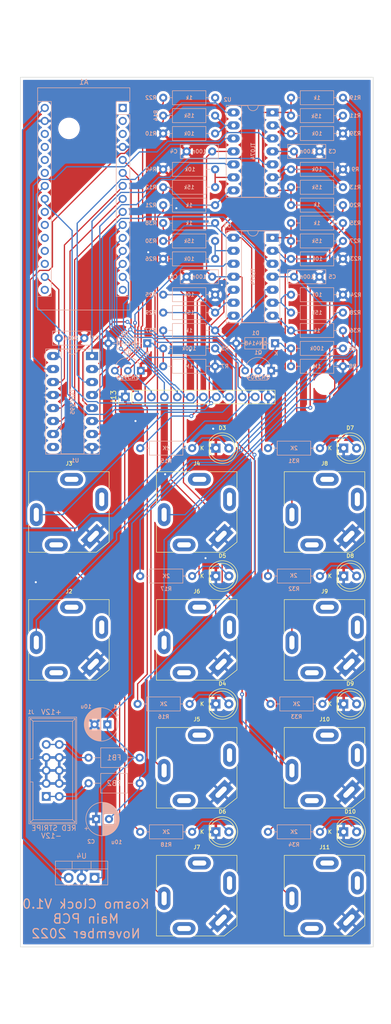
<source format=kicad_pcb>
(kicad_pcb (version 20211014) (generator pcbnew)
  (layers (0 "F.Cu" signal) (31 "B.Cu" signal) (34 "B.Paste" user) (35 "F.Paste" user) (36 "B.SilkS" user "B.Silkscreen") (37 "F.SilkS" user "F.Silkscreen") (38 "B.Mask" user) (39 "F.Mask" user) (44 "Edge.Cuts" user))
  (net 0 "")
  (net 4 "GND")
  (net 5 "/START")
  (net 6 "/STOP")
  (net 7 "/DATA")
  (net 8 "/LATCH")
  (net 9 "/CLOCK")
  (net 10 "/ENCS")
  (net 11 "/ENCA")
  (net 12 "/ENCB")
  (net 13 "/STARTLED")
  (net 14 "/STOPLED")
  (net 17 "+3V3")
  (net 23 "/SDA")
  (net 24 "/SCL")
  (net 29 "+5V")
  (net 30 "+12V")
  (net 31 "-12V")
  (net 32 "Net-(D1-Pad1)")
  (net 33 "Net-(D2-Pad1)")
  (net 34 "Net-(D3-Pad2)")
  (net 35 "Net-(D4-Pad2)")
  (net 36 "Net-(D5-Pad2)")
  (net 37 "Net-(D6-Pad2)")
  (net 38 "Net-(D7-Pad2)")
  (net 39 "Net-(D8-Pad2)")
  (net 40 "Net-(D9-Pad2)")
  (net 41 "Net-(D10-Pad2)")
  (net 42 "Net-(FB1-Pad1)")
  (net 43 "Net-(FB2-Pad1)")
  (net 44 "Net-(J2-PadT)")
  (net 45 "Net-(J3-PadT)")
  (net 46 "Net-(J4-PadT)")
  (net 47 "Net-(J5-PadT)")
  (net 48 "Net-(J6-PadT)")
  (net 49 "Net-(J7-PadT)")
  (net 50 "Net-(J8-PadT)")
  (net 51 "Net-(J9-PadT)")
  (net 52 "Net-(J10-PadT)")
  (net 53 "Net-(J11-PadT)")
  (net 54 "Net-(R11-Pad1)")
  (net 55 "Net-(R12-Pad1)")
  (net 56 "Net-(R13-Pad1)")
  (net 57 "Net-(R10-Pad2)")
  (net 58 "Net-(R11-Pad2)")
  (net 59 "Net-(R12-Pad2)")
  (net 60 "Net-(R13-Pad2)")
  (net 61 "Net-(R14-Pad2)")
  (net 62 "Net-(R23-Pad2)")
  (net 63 "Net-(R24-Pad2)")
  (net 64 "Net-(R25-Pad2)")
  (net 65 "Net-(R26-Pad2)")
  (net 66 "Net-(R27-Pad2)")
  (net 67 "Net-(R28-Pad2)")
  (net 68 "Net-(R29-Pad2)")
  (net 69 "Net-(R30-Pad2)")
  (net 70 "/OUT2")
  (net 72 "/OUT3")
  (net 73 "/OUT4")
  (net 74 "/OUT5")
  (net 75 "/OUT6")
  (net 76 "/OUT7")
  (net 77 "/OUT8")
  (net 78 "/OUT1")
  (footprint "ao_tht:LED_D5.0mm" (layer "F.Cu") (at 141.225 87.5)
    (fp_text reference "D3")
    (fp_text value "LED_green")
  )
  (footprint "MountingHole:MountingHole_3.2mm_M3" (layer "F.Cu") (at 112.5 25)
    (fp_text reference "REF**" hide)
    (fp_text value "MountingHole_3.2mm_M3" hide)
  )
  (footprint "ao_tht:Jack_6.35mm_PJ_629HAN_slots" (layer "F.Cu") (at 162.5 125)
    (fp_text reference "J9")
    (fp_text value "AudioJack2")
  )
  (footprint "ao_tht:LED_D5.0mm" (layer "F.Cu") (at 141.225 112.5)
    (fp_text reference "D5")
    (fp_text value "LED_green")
  )
  (footprint "ao_tht:Jack_6.35mm_PJ_629HAN_slots" (layer "F.Cu") (at 112.5 100)
    (fp_text reference "J3")
    (fp_text value "AudioJack2")
  )
  (footprint "MountingHole:MountingHole_3.2mm_M3" (layer "F.Cu") (at 162.5 75)
    (fp_text reference "REF**" hide)
    (fp_text value "MountingHole_3.2mm_M3" hide)
  )
  (footprint "ao_tht:Jack_6.35mm_PJ_629HAN_slots" (layer "F.Cu") (at 162.5 100)
    (fp_text reference "J8")
    (fp_text value "AudioJack2")
  )
  (footprint "ao_tht:Jack_6.35mm_PJ_629HAN_slots" (layer "F.Cu") (at 162.5 150)
    (fp_text reference "J10")
    (fp_text value "AudioJack2")
  )
  (footprint "ao_tht:Jack_6.35mm_PJ_629HAN_slots" (layer "F.Cu") (at 137.5 150)
    (fp_text reference "J5")
    (fp_text value "AudioJack2")
  )
  (footprint "ao_tht:LED_D5.0mm" (layer "F.Cu") (at 141.225 162.5)
    (fp_text reference "D6")
    (fp_text value "LED_green")
  )
  (footprint "ao_tht:Jack_6.35mm_PJ_629HAN_slots" (layer "F.Cu") (at 112.5 125)
    (fp_text reference "J2")
    (fp_text value "AudioJack2")
  )
  (footprint "Connector_PinHeader_2.54mm:PinHeader_1x12_P2.54mm_Vertical" (layer "F.Cu") (at 123.525 77.5 90)
    (fp_text reference "J13")
    (fp_text value "Conn_01x12")
  )
  (footprint "ao_tht:LED_D5.0mm" (layer "F.Cu") (at 166.225 162.5)
    (fp_text reference "D10")
    (fp_text value "LED_green")
  )
  (footprint "ao_tht:LED_D5.0mm" (layer "F.Cu") (at 166.225 87.5)
    (fp_text reference "D7")
    (fp_text value "LED_green")
  )
  (footprint "ao_tht:Jack_6.35mm_PJ_629HAN_slots" (layer "F.Cu") (at 137.5 175)
    (fp_text reference "J7")
    (fp_text value "AudioJack2")
  )
  (footprint "ao_tht:Jack_6.35mm_PJ_629HAN_slots" (layer "F.Cu") (at 137.5 125)
    (fp_text reference "J6")
    (fp_text value "AudioJack2")
  )
  (footprint "ao_tht:LED_D5.0mm" (layer "F.Cu") (at 166.225 137.5)
    (fp_text reference "D9")
    (fp_text value "LED_green")
  )
  (footprint "ao_tht:Jack_6.35mm_PJ_629HAN_slots" (layer "F.Cu") (at 162.5 175)
    (fp_text reference "J11")
    (fp_text value "AudioJack2")
  )
  (footprint "ao_tht:Jack_6.35mm_PJ_629HAN_slots" (layer "F.Cu") (at 137.5 100)
    (fp_text reference "J4")
    (fp_text value "AudioJack2")
  )
  (footprint "ao_tht:LED_D5.0mm" (layer "F.Cu") (at 141.225 137.5)
    (fp_text reference "D4")
    (fp_text value "LED_green")
  )
  (footprint "ao_tht:LED_D5.0mm" (layer "F.Cu") (at 166.225 112.5)
    (fp_text reference "D8")
    (fp_text value "LED_green")
  )
  (footprint "ao_tht:D_DO-35_SOD27_P7.62mm_Horizontal" (layer "B.Cu") (at 127.81 67 180)
    (fp_text reference "D2")
    (fp_text value "1N4148")
  )
  (footprint "ao_tht:TO-92_Inline_Wide" (layer "B.Cu") (at 152.04 72.36 180)
    (fp_text reference "Q1")
    (fp_text value "2N3904")
  )
  (footprint "ao_tht:D_DO-35_SOD27_P7.62mm_Horizontal" (layer "B.Cu") (at 152.81 67 180)
    (fp_text reference "D1")
    (fp_text value "1N4148")
  )
  (footprint "ao_tht:R_Axial_DIN0207_L6.3mm_D2.5mm_P10.16mm_Horizontal" (layer "B.Cu") (at 130.92 26)
    (fp_text reference "R10")
    (fp_text value "10k" hide)
  )
  (footprint "ao_tht:R_Axial_DIN0207_L6.3mm_D2.5mm_P10.16mm_Horizontal" (layer "B.Cu") (at 130.92 71.5)
    (fp_text reference "R7")
    (fp_text value "1M" hide)
  )
  (footprint "ao_tht:R_Axial_DIN0207_L6.3mm_D2.5mm_P10.16mm_Horizontal" (layer "B.Cu") (at 141.08 64.5 180)
    (fp_text reference "R37")
    (fp_text value "1k" hide)
  )
  (footprint "ao_tht:R_Axial_DIN0207_L6.3mm_D2.5mm_P10.16mm_Horizontal" (layer "B.Cu") (at 166.08 33 180)
    (fp_text reference "R9")
    (fp_text value "10k" hide)
  )
  (footprint "ao_tht:CP_Radial_D6.3mm_P2.50mm" (layer "B.Cu") (at 120 141.5 180)
    (fp_text reference "C1")
    (fp_text value "10u")
  )
  (footprint "ao_tht:R_Axial_DIN0207_L6.3mm_D2.5mm_P10.16mm_Horizontal" (layer "B.Cu") (at 126.42 112.5)
    (fp_text reference "R17")
    (fp_text value "2K" hide)
  )
  (footprint "ao_tht:R_Axial_DIN0207_L6.3mm_D2.5mm_P10.16mm_Horizontal" (layer "B.Cu") (at 141.08 57.5 180)
    (fp_text reference "R25")
    (fp_text value "10k" hide)
  )
  (footprint "Inductor_THT:L_Axial_L5.0mm_D3.6mm_P10.00mm_Horizontal_Murata_BL01RN1A2A2" (layer "B.Cu") (at 116.3176 148)
    (fp_text reference "FB1")
    (fp_text value "FerriteBead")
  )
  (footprint "ao_tht:DIP-16_W7.62mm_Socket_LongPads" (layer "B.Cu") (at 117 69.5 180)
    (fp_text reference "U1")
    (fp_text value "74HC595")
  )
  (footprint "ao_tht:R_Axial_DIN0207_L6.3mm_D2.5mm_P10.16mm_Horizontal" (layer "B.Cu") (at 155.92 61)
    (fp_text reference "R28")
    (fp_text value "15k" hide)
  )
  (footprint "ao_tht:R_Axial_DIN0207_L6.3mm_D2.5mm_P10.16mm_Horizontal" (layer "B.Cu") (at 126.42 162.5)
    (fp_text reference "R18")
    (fp_text value "2K" hide)
  )
  (footprint "ao_tht:R_Axial_DIN0207_L6.3mm_D2.5mm_P10.16mm_Horizontal" (layer "B.Cu") (at 130.92 33)
    (fp_text reference "R40")
    (fp_text value "10k" hide)
  )
  (footprint "Package_TO_SOT_THT:TO-220-3_Vertical" (layer "B.Cu") (at 117.5 171.5 180)
    (fp_text reference "U4")
    (fp_text value "LM7805_TO220")
  )
  (footprint "ao_tht:R_Axial_DIN0207_L6.3mm_D2.5mm_P10.16mm_Horizontal" (layer "B.Cu") (at 166.08 26 180)
    (fp_text reference "R39")
    (fp_text value "10k" hide)
  )
  (footprint "ao_tht:R_Axial_DIN0207_L6.3mm_D2.5mm_P10.16mm_Horizontal" (layer "B.Cu") (at 151.42 162.5)
    (fp_text reference "R34")
    (fp_text value "2K" hide)
  )
  (footprint "ao_tht:R_Axial_DIN0207_L6.3mm_D2.5mm_P10.16mm_Horizontal" (layer "B.Cu") (at 155.92 71.5)
    (fp_text reference "R8")
    (fp_text value "1M" hide)
  )
  (footprint "ao_tht:R_Axial_DIN0207_L6.3mm_D2.5mm_P10.16mm_Horizontal" (layer "B.Cu") (at 125.92 137.5)
    (fp_text reference "R16")
    (fp_text value "2K" hide)
  )
  (footprint "ao_tht:R_Axial_DIN0207_L6.3mm_D2.5mm_P10.16mm_Horizontal" (layer "B.Cu") (at 141.08 22.5 180)
    (fp_text reference "R14")
    (fp_text value "15k" hide)
  )
  (footprint "ao_tht:R_Axial_DIN0207_L6.3mm_D2.5mm_P10.16mm_Horizontal" (layer "B.Cu") (at 166.08 57.5 180)
    (fp_text reference "R24")
    (fp_text value "10k" hide)
  )
  (footprint "Inductor_THT:L_Axial_L5.0mm_D3.6mm_P10.00mm_Horizontal_Murata_BL01RN1A2A2" (layer "B.Cu") (at 116.3176 153)
    (fp_text reference "FB2")
    (fp_text value "FerriteBead")
  )
  (footprint "ao_tht:C_Rect_L7.2mm_W2.5mm_P5.00mm_FKS2_FKP2_MKS2_MKP2" (layer "B.Cu") (at 156.5 54)
    (fp_text reference "C5")
    (fp_text value "100n")
  )
  (footprint "ao_tht:R_Axial_DIN0207_L6.3mm_D2.5mm_P10.16mm_Horizontal" (layer "B.Cu") (at 141.08 68 180)
    (fp_text reference "R5")
    (fp_text value "100k" hide)
  )
  (footprint "ao_tht:R_Axial_DIN0207_L6.3mm_D2.5mm_P10.16mm_Horizontal" (layer "B.Cu") (at 155.92 64.5)
    (fp_text reference "R36")
    (fp_text value "1k" hide)
  )
  (footprint "ao_tht:R_Axial_DIN0207_L6.3mm_D2.5mm_P10.16mm_Horizontal" (layer "B.Cu") (at 155.92 40)
    (fp_text reference "R20")
    (fp_text value "1k" hide)
  )
  (footprint "ao_tht:R_Axial_DIN0207_L6.3mm_D2.5mm_P10.16mm_Horizontal" (layer "B.Cu") (at 126.42 87.5)
    (fp_text reference "R15")
    (fp_text value "2K" hide)
  )
  (footprint "ao_tht:R_Axial_DIN0207_L6.3mm_D2.5mm_P10.16mm_Horizontal" (layer "B.Cu") (at 141.08 61 180)
    (fp_text reference "R29")
    (fp_text value "15k" hide)
  )
  (footprint "ao_tht:R_Axial_DIN0207_L6.3mm_D2.5mm_P10.16mm_Horizontal" (layer "B.Cu") (at 166.08 68 180)
    (fp_text reference "R6")
    (fp_text value "100k" hide)
  )
  (footprint "ao_tht:C_Rect_L7.2mm_W2.5mm_P5.00mm_FKS2_FKP2_MKS2_MKP2" (layer "B.Cu") (at 115.5 66 180)
    (fp_text reference "C7")
    (fp_text value "100n")
  )
  (footprint "ao_tht:R_Axial_DIN0207_L6.3mm_D2.5mm_P10.16mm_Horizontal" (layer "B.Cu") (at 141.08 47 180)
    (fp_text reference "R30")
    (fp_text value "15k" hide)
  )
  (footprint "ao_tht:C_Rect_L7.2mm_W2.5mm_P5.00mm_FKS2_FKP2_MKS2_MKP2" (layer "B.Cu") (at 140.5 29.5 180)
    (fp_text reference "C4")
    (fp_text value "100n")
  )
  (footprint "ao_tht:R_Axial_DIN0207_L6.3mm_D2.5mm_P10.16mm_Horizontal" (layer "B.Cu") (at 151.92 137.5)
    (fp_text reference "R33")
    (fp_text value "2K" hide)
  )
  (footprint "ao_tht:R_Axial_DIN0207_L6.3mm_D2.5mm_P10.16mm_Horizontal" (layer "B.Cu") (at 141.08 43.5 180)
    (fp_text reference "R38")
    (fp_text value "1k" hide)
  )
  (footprint "ao_tht:R_Axial_DIN0207_L6.3mm_D2.5mm_P10.16mm_Horizontal" (layer "B.Cu") (at 151.42 112.5)
    (fp_text reference "R32")
    (fp_text value "2K" hide)
  )
  (footprint "ao_tht:DIP-14_W7.62mm_Socket_LongPads" (layer "B.Cu") (at 152.3 46.375 180)
    (fp_text reference "U3")
    (fp_text value "TL074")
  )
  (footprint "ao_tht:R_Axial_DIN0207_L6.3mm_D2.5mm_P10.16mm_Horizontal" (layer "B.Cu") (at 130.92 50.5)
    (fp_text reference "R26")
    (fp_text value "10k" hide)
  )
  (footprint "ao_tht:R_Axial_DIN0207_L6.3mm_D2.5mm_P10.16mm_Horizontal" (layer "B.Cu") (at 141.08 19 180)
    (fp_text reference "R22")
    (fp_text value "1k" hide)
  )
  (footprint "ao_tht:R_Axial_DIN0207_L6.3mm_D2.5mm_P10.16mm_Horizontal" (layer "B.Cu") (at 151.42 87.5)
    (fp_text reference "R31")
    (fp_text value "2K" hide)
  )
  (footprint "ao_tht:R_Axial_DIN0207_L6.3mm_D2.5mm_P10.16mm_Horizontal" (layer "B.Cu") (at 141.08 40 180)
    (fp_text reference "R21")
    (fp_text value "1k" hide)
  )
  (footprint "ao_tht:CP_Radial_D6.3mm_P2.50mm" (layer "B.Cu") (at 117.8176 160)
    (fp_text reference "C2")
    (fp_text value "10u")
  )
  (footprint "ao_tht:DIP-14_W7.62mm_Socket_LongPads" (layer "B.Cu") (at 152.3 21.875 180)
    (fp_text reference "U2")
    (fp_text value "TL074")
  )
  (footprint "ao_tht:R_Axial_DIN0207_L6.3mm_D2.5mm_P10.16mm_Horizontal" (layer "B.Cu") (at 166.08 22.5 180)
    (fp_text reference "R11")
    (fp_text value "15k" hide)
  )
  (footprint "ao_tht:R_Axial_DIN0207_L6.3mm_D2.5mm_P10.16mm_Horizontal" (layer "B.Cu") (at 166.08 50.5 180)
    (fp_text reference "R23")
    (fp_text value "10k" hide)
  )
  (footprint "ao_tht:R_Axial_DIN0207_L6.3mm_D2.5mm_P10.16mm_Horizontal" (layer "B.Cu") (at 166.08 47 180)
    (fp_text reference "R27")
    (fp_text value "15k" hide)
  )
  (footprint "ao_tht:TO-92_Inline_Wide" (layer "B.Cu") (at 126.54 72.36 180)
    (fp_text reference "Q2")
    (fp_text value "2N3904")
  )
  (footprint "ao_tht:C_Rect_L7.2mm_W2.5mm_P5.00mm_FKS2_FKP2_MKS2_MKP2" (layer "B.Cu") (at 156.5 29.5)
    (fp_text reference "C3")
    (fp_text value "100n")
  )
  (footprint "ao_tht:C_Rect_L7.2mm_W2.5mm_P5.00mm_FKS2_FKP2_MKS2_MKP2" (layer "B.Cu") (at 140.5 54 180)
    (fp_text reference "C6")
    (fp_text value "100n")
  )
  (footprint "Module:Arduino_Nano" (layer "B.Cu") (at 123 21 180)
    (fp_text reference "A1")
    (fp_text value "Arduino_Nano_v3.x")
  )
  (footprint "ao_tht:R_Axial_DIN0207_L6.3mm_D2.5mm_P10.16mm_Horizontal" (layer "B.Cu") (at 141.08 36.5 180)
    (fp_text reference "R12")
    (fp_text value "15k" hide)
  )
  (footprint "ao_tht:R_Axial_DIN0207_L6.3mm_D2.5mm_P10.16mm_Horizontal" (layer "B.Cu") (at 155.92 19)
    (fp_text reference "R19")
    (fp_text value "1k" hide)
  )
  (footprint "ao_tht:Power_Header" (layer "B.Cu") (at 108.0476 155.58)
    (fp_text reference "J1")
    (fp_text value "Synth_power_2x5_passive")
  )
  (footprint "ao_tht:R_Axial_DIN0207_L6.3mm_D2.5mm_P10.16mm_Horizontal" (layer "B.Cu") (at 155.92 43.5)
    (fp_text reference "R35")
    (fp_text value "1k" hide)
  )
  (footprint "ao_tht:R_Axial_DIN0207_L6.3mm_D2.5mm_P10.16mm_Horizontal" (layer "B.Cu") (at 166.08 36.5 180)
    (fp_text reference "R13")
    (fp_text value "15k" hide)
  )
  (gr_rect (start 103 15) (end 172 185) (layer "Edge.Cuts") (width 0.1) (fill none))
  (gr_text "Kosmo Clock V1.0\nMain PCB\nNovember 2022" (at 115.8 179.5) (layer "B.SilkS") (effects (font (size 1.8 1.8) (thickness 0.25)) (justify mirror)))
  (via (at 139.2 109) (size 0.8) (drill 0.4) (layers "F.Cu" "B.Cu") (net 4))
  (via (at 125.5 82.2) (size 0.8) (drill 0.4) (layers "F.Cu" "B.Cu") (net 4))
  (via (at 131.3 92.6) (size 0.8) (drill 0.4) (layers "F.Cu" "B.Cu") (net 4))
  (via (at 106 113.7) (size 0.8) (drill 0.4) (layers "F.Cu" "B.Cu") (net 4))
  (via (at 140.7 83.7) (size 0.8) (drill 0.4) (layers "F.Cu" "B.Cu") (net 4))
  (via (at 133.5 40.6) (size 0.8) (drill 0.4) (layers "F.Cu" "B.Cu") (net 4))
  (via (at 142.4 55.6) (size 0.8) (drill 0.4) (layers "F.Cu" "B.Cu") (net 4))
  (via (at 136.2 68.4) (size 0.8) (drill 0.4) (layers "F.Cu" "B.Cu") (net 4))
  (via (at 128 49.2) (size 0.8) (drill 0.4) (layers "F.Cu" "B.Cu") (net 4))
  (segment (start 126.1 34.26) (end 123 31.16) (width 0.25) (layer "F.Cu") (net 5))
  (segment (start 126.128211 63.683189) (end 126.128211 62.694597) (width 0.25) (layer "F.Cu") (net 5))
  (segment (start 125.9676 63.8438) (end 126.128211 63.683189) (width 0.25) (layer "F.Cu") (net 5))
  (segment (start 121.46 72.36) (end 125.9676 67.8524) (width 0.25) (layer "F.Cu") (net 5))
  (segment (start 125.9676 67.8524) (end 125.9676 63.8438) (width 0.25) (layer "F.Cu") (net 5))
  (segment (start 126.128211 62.694597) (end 126.1 62.666386) (width 0.25) (layer "F.Cu") (net 5))
  (segment (start 126.1 62.666386) (end 126.1 34.26) (width 0.25) (layer "F.Cu") (net 5))
  (segment (start 121.46 72.36) (end 125.4247 76.3247) (width 0.25) (layer "B.Cu") (net 5))
  (segment (start 125.4247 76.3247) (end 126.065 76.3247) (width 0.25) (layer "B.Cu") (net 5))
  (segment (start 126.065 77.5) (end 126.065 76.3247) (width 0.25) (layer "B.Cu") (net 5))
  (segment (start 124.6 63.156714) (end 124.640611 63.116103) (width 0.25) (layer "F.Cu") (net 6))
  (segment (start 124.4889 64.2968) (end 124.6 64.1857) (width 0.25) (layer "F.Cu") (net 6))
  (segment (start 124.6 64.1857) (end 124.6 63.156714) (width 0.25) (layer "F.Cu") (net 6))
  (segment (start 124.640611 35.340611) (end 123 33.7) (width 0.25) (layer "F.Cu") (net 6))
  (segment (start 122.6454 66.1403) (end 124.4889 64.2968) (width 0.25) (layer "F.Cu") (net 6))
  (segment (start 122.6454 68.0518) (end 122.6454 66.1403) (width 0.25) (layer "F.Cu") (net 6))
  (segment (start 124.640611 63.116103) (end 124.640611 35.340611) (width 0.25) (layer "F.Cu") (net 6))
  (via (at 124.4889 64.2968) (size 0.8) (drill 0.4) (layers "F.Cu" "B.Cu") (net 6))
  (via (at 122.6454 68.0518) (size 0.8) (drill 0.4) (layers "F.Cu" "B.Cu") (net 6))
  (segment (start 146.96 71.6283) (end 141.4144 66.0827) (width 0.25) (layer "B.Cu") (net 6))
  (segment (start 146.96 72.36) (end 146.96 71.6283) (width 0.25) (layer "B.Cu") (net 6))
  (segment (start 125.2868 73.08) (end 125.2868 70.6932) (width 0.25) (layer "B.Cu") (net 6))
  (segment (start 141.4144 66.0827) (end 129.6849 66.0827) (width 0.25) (layer "B.Cu") (net 6))
  (segment (start 128.605 76.3247) (end 128.5315 76.3247) (width 0.25) (layer "B.Cu") (net 6))
  (segment (start 128.605 77.5) (end 128.605 76.3247) (width 0.25) (layer "B.Cu") (net 6))
  (segment (start 128.7842 65.182) (end 125.3741 65.182) (width 0.25) (layer "B.Cu") (net 6))
  (segment (start 125.2868 70.6932) (end 122.6454 68.0518) (width 0.25) (layer "B.Cu") (net 6))
  (segment (start 125.3741 65.182) (end 124.4889 64.2968) (width 0.25) (layer "B.Cu") (net 6))
  (segment (start 129.6849 66.0827) (end 128.7842 65.182) (width 0.25) (layer "B.Cu") (net 6))
  (segment (start 128.5315 76.3247) (end 125.2868 73.08) (width 0.25) (layer "B.Cu") (net 6))
  (segment (start 123 36.24) (end 123 36.4) (width 0.25) (layer "F.Cu") (net 7))
  (segment (start 111.624511 66.465789) (end 111.6 66.4903) (width 0.25) (layer "F.Cu") (net 7))
  (segment (start 111.624511 65.534211) (end 111.624511 66.465789) (width 0.25) (layer "F.Cu") (net 7))
  (segment (start 111.6 73.8853) (end 110.9053 74.58) (width 0.25) (layer "F.Cu") (net 7))
  (segment (start 110.9053 74.58) (end 109.38 74.58) (width 0.25) (layer "F.Cu") (net 7))
  (segment (start 111.6 47.8) (end 111.6 65.5097) (width 0.25) (layer "F.Cu") (net 7))
  (segment (start 111.6 66.4903) (end 111.6 73.8853) (width 0.25) (layer "F.Cu") (net 7))
  (segment (start 123 36.4) (end 111.6 47.8) (width 0.25) (layer "F.Cu") (net 7))
  (segment (start 111.6 65.5097) (end 111.624511 65.534211) (width 0.25) (layer "F.Cu") (net 7))
  (segment (start 112.7 49) (end 112.7 77.8653) (width 0.25) (layer "F.Cu") (net 8))
  (segment (start 110.9053 79.66) (end 109.38 79.66) (width 0.25) (layer "F.Cu") (net 8))
  (segment (start 112.7 77.8653) (end 110.9053 79.66) (width 0.25) (layer "F.Cu") (net 8))
  (segment (start 123 38.78) (end 122.92 38.78) (width 0.25) (layer "F.Cu") (net 8))
  (segment (start 122.92 38.78) (end 112.7 49) (width 0.25) (layer "F.Cu") (net 8))
  (segment (start 113.6 79.5053) (end 110.9053 82.2) (width 0.25) (layer "F.Cu") (net 9))
  (segment (start 123 41.32) (end 122.98 41.32) (width 0.25) (layer "F.Cu") (net 9))
  (segment (start 122.98 41.32) (end 113.6 50.7) (width 0.25) (layer "F.Cu") (net 9))
  (segment (start 113.6 50.7) (end 113.6 79.5053) (width 0.25) (layer "F.Cu") (net 9))
  (segment (start 110.9053 82.2) (end 109.38 82.2) (width 0.25) (layer "F.Cu") (net 9))
  (segment (start 120.4779 64.0177) (end 131.145 74.6848) (width 0.25) (layer "B.Cu") (net 10))
  (segment (start 131.145 74.6848) (end 131.145 77.5) (width 0.25) (layer "B.Cu") (net 10))
  (segment (start 120.4779 46.3821) (end 120.4779 64.0177) (width 0.25) (layer "B.Cu") (net 10))
  (segment (start 123 43.86) (end 120.4779 46.3821) (width 0.25) (layer "B.Cu") (net 10))
  (segment (start 120.9283 48.4717) (end 123 46.4) (width 0.25) (layer "B.Cu") (net 11))
  (segment (start 133.685 76.3247) (end 133.4986 76.3247) (width 0.25) (layer "B.Cu") (net 11))
  (segment (start 133.685 77.5) (end 133.685 76.3247) (width 0.25) (layer "B.Cu") (net 11))
  (segment (start 120.9283 63.7544) (end 120.9283 48.4717) (width 0.25) (layer "B.Cu") (net 11))
  (segment (start 133.4986 76.3247) (end 120.9283 63.7544) (width 0.25) (layer "B.Cu") (net 11))
  (segment (start 135.0497 77.0032) (end 133.1618 75.1153) (width 0.25) (layer "B.Cu") (net 12))
  (segment (start 135.0497 77.5) (end 135.0497 77.0032) (width 0.25) (layer "B.Cu") (net 12))
  (segment (start 123 49.3) (end 123 48.94) (width 0.25) (layer "B.Cu") (net 12))
  (segment (start 121.3894 63.569) (end 121.3894 50.9106) (width 0.25) (layer "B.Cu") (net 12))
  (segment (start 136.225 77.5) (end 135.0497 77.5) (width 0.25) (layer "B.Cu") (net 12))
  (segment (start 121.3894 50.9106) (end 123 49.3) (width 0.25) (layer "B.Cu") (net 12))
  (segment (start 132.9357 75.1153) (end 121.3894 63.569) (width 0.25) (layer "B.Cu") (net 12))
  (segment (start 133.1618 75.1153) (end 132.9357 75.1153) (width 0.25) (layer "B.Cu") (net 12))
  (segment (start 135.287 69.75) (end 128.2073 69.75) (width 0.25) (layer "B.Cu") (net 13))
  (segment (start 142.6697 77.1327) (end 135.287 69.75) (width 0.25) (layer "B.Cu") (net 13))
  (segment (start 143.845 77.5) (end 142.6697 77.5) (width 0.25) (layer "B.Cu") (net 13))
  (segment (start 121.8398 63.3825) (end 121.8398 52.6402) (width 0.25) (layer "B.Cu") (net 13))
  (segment (start 142.6697 77.5) (end 142.6697 77.1327) (width 0.25) (layer "B.Cu") (net 13))
  (segment (start 128.2073 69.75) (end 121.8398 63.3825) (width 0.25) (layer "B.Cu") (net 13))
  (segment (start 121.8398 52.6402) (end 123 51.48) (width 0.25) (layer "B.Cu") (net 13))
  (segment (start 123.1517 59.3146) (end 124.1253 58.341) (width 0.25) (layer "B.Cu") (net 14))
  (segment (start 146.385 77.5) (end 146.385 76.3247) (width 0.25) (layer "B.Cu") (net 14))
  (segment (start 145.5539 70.8646) (end 141.5093 66.82) (width 0.25) (layer "B.Cu") (net 14))
  (segment (start 129.7853 66.82) (end 128.8227 65.8574) (width 0.25) (layer "B.Cu") (net 14))
  (segment (start 128.8227 65.8574) (end 125.0236 65.8574) (width 0.25) (layer "B.Cu") (net 14))
  (segment (start 123.1517 63.9855) (end 123.1517 59.3146) (width 0.25) (layer "B.Cu") (net 14))
  (segment (start 124.1253 58.341) (end 124.1253 55.1453) (width 0.25) (layer "B.Cu") (net 14))
  (segment (start 124.1253 55.1453) (end 123 54.02) (width 0.25) (layer "B.Cu") (net 14))
  (segment (start 145.5539 75.4936) (end 145.5539 70.8646) (width 0.25) (layer "B.Cu") (net 14))
  (segment (start 141.5093 66.82) (end 129.7853 66.82) (width 0.25) (layer "B.Cu") (net 14))
  (segment (start 146.385 76.3247) (end 145.5539 75.4936) (width 0.25) (layer "B.Cu") (net 14))
  (segment (start 125.0236 65.8574) (end 123.1517 63.9855) (width 0.25) (layer "B.Cu") (net 14))
  (segment (start 110.5 56.5) (end 110.5 66) (width 0.25) (layer "F.Cu") (net 17))
  (segment (start 107.76 54.02) (end 108.02 54.02) (width 0.25) (layer "F.Cu") (net 17))
  (segment (start 108.02 54.02) (end 110.5 56.5) (width 0.25) (layer "F.Cu") (net 17))
  (segment (start 110.5 66) (end 110.5 69.5) (width 0.25) (layer "B.Cu") (net 17))
  (segment (start 111 70) (end 111 83.12) (width 0.25) (layer "B.Cu") (net 17))
  (segment (start 109.38 69.5) (end 110.5 69.5) (width 0.25) (layer "B.Cu") (net 17))
  (segment (start 110.5 69.5) (end 111 70) (width 0.25) (layer "B.Cu") (net 17))
  (segment (start 111 83.12) (end 109.38 84.74) (width 0.25) (layer "B.Cu") (net 17))
  (segment (start 137.5897 77.5) (end 137.5897 77.8674) (width 0.25) (layer "B.Cu") (net 23))
  (segment (start 113.1042 44.9681) (end 107.76 39.6239) (width 0.25) (layer "B.Cu") (net 23))
  (segment (start 136.7818 78.6753) (end 118.207 78.6753) (width 0.25) (layer "B.Cu") (net 23))
  (segment (start 107.76 39.6239) (end 107.76 38.78) (width 0.25) (layer "B.Cu") (net 23))
  (segment (start 117.9217 78.39) (end 116.09 78.39) (width 0.25) (layer "B.Cu") (net 23))
  (segment (start 113.1042 75.4042) (end 113.1042 44.9681) (width 0.25) (layer "B.Cu") (net 23))
  (segment (start 118.207 78.6753) (end 117.9217 78.39) (width 0.25) (layer "B.Cu") (net 23))
  (segment (start 116.09 78.39) (end 113.1042 75.4042) (width 0.25) (layer "B.Cu") (net 23))
  (segment (start 138.765 77.5) (end 137.5897 77.5) (width 0.25) (layer "B.Cu") (net 23))
  (segment (start 137.5897 77.8674) (end 136.7818 78.6753) (width 0.25) (layer "B.Cu") (net 23))
  (segment (start 106.1 59.7804) (end 112.2056 65.886) (width 0.25) (layer "B.Cu") (net 24))
  (segment (start 112.2056 76.9002) (end 116.2054 80.9) (width 0.25) (layer "B.Cu") (net 24))
  (segment (start 119.507 80.9) (end 121.1413 79.2657) (width 0.25) (layer "B.Cu") (net 24))
  (segment (start 106.1 37.9) (end 106.1 59.7804) (width 0.25) (layer "B.Cu") (net 24))
  (segment (start 140.1297 77.5) (end 141.305 77.5) (width 0.25) (layer "B.Cu") (net 24))
  (segment (start 140.1297 77.8296) (end 140.1297 77.5) (width 0.25) (layer "B.Cu") (net 24))
  (segment (start 138.6936 79.2657) (end 140.1297 77.8296) (width 0.25) (layer "B.Cu") (net 24))
  (segment (start 112.2056 65.886) (end 112.2056 76.9002) (width 0.25) (layer "B.Cu") (net 24))
  (segment (start 116.2054 80.9) (end 119.507 80.9) (width 0.25) (layer "B.Cu") (net 24))
  (segment (start 107.76 36.24) (end 106.1 37.9) (width 0.25) (layer "B.Cu") (net 24))
  (segment (start 121.1413 79.2657) (end 138.6936 79.2657) (width 0.25) (layer "B.Cu") (net 24))
  (segment (start 120.9132 100.3344) (end 116.6141 100.3344) (width 0.25) (layer "B.Cu") (net 29))
  (segment (start 147.7497 77.8673) (end 143.417 82.2) (width 0.25) (layer "B.Cu") (net 29))
  (segment (start 139.0476 82.2) (end 120.9132 100.3344) (width 0.25) (layer "B.Cu") (net 29))
  (segment (start 112.42 171.5) (end 111.1422 171.5) (width 0.25) (layer "B.Cu") (net 29))
  (segment (start 148.925 77.5) (end 147.7497 77.5) (width 0.25) (layer "B.Cu") (net 29))
  (segment (start 103.4 163.7578) (end 103.4 103.1266) (width 0.25) (layer "B.Cu") (net 29))
  (segment (start 116.6141 100.3344) (end 113.8219 103.1266) (width 0.25) (layer "B.Cu") (net 29))
  (segment (start 111.1422 171.5) (end 103.4 163.7578) (width 0.25) (layer "B.Cu") (net 29))
  (segment (start 103.4 25.3) (end 103.4 103.1266) (width 0.25) (layer "B.Cu") (net 29))
  (segment (start 107.7 21) (end 103.4 25.3) (width 0.25) (layer "B.Cu") (net 29))
  (segment (start 103.4 103.1266) (end 105.0714 103.1266) (width 0.25) (layer "B.Cu") (net 29))
  (segment (start 113.8219 103.1266) (end 105.0714 103.1266) (width 0.25) (layer "B.Cu") (net 29))
  (segment (start 107.76 21) (end 107.7 21) (width 0.25) (layer "B.Cu") (net 29))
  (segment (start 143.417 82.2) (end 139.0476 82.2) (width 0.25) (layer "B.Cu") (net 29))
  (segment (start 147.7497 77.5) (end 147.7497 77.8673) (width 0.25) (layer "B.Cu") (net 29))
  (segment (start 157.0465 30.0465) (end 157.0465 53.4535) (width 0.25) (layer "F.Cu") (net 30))
  (segment (start 157.0465 53.4535) (end 156.5 54) (width 0.25) (layer "F.Cu") (net 30))
  (segment (start 156.5 29.5) (end 157.0465 30.0465) (width 0.25) (layer "F.Cu") (net 30))
  (segment (start 156.5 29.5) (end 153.8303 29.5) (width 0.25) (layer "B.Cu") (net 30))
  (segment (start 156.5 54) (end 162.1 59.6) (width 0.25) (layer "B.Cu") (net 30))
  (segment (start 143.535718 90.3) (end 136.7 90.3) (width 0.25) (layer "B.Cu") (net 30))
  (segment (start 152.3 29.495) (end 153.8253 29.495) (width 0.25) (layer "B.Cu") (net 30))
  (segment (start 167.8 68.4) (end 166.74952 69.45048) (width 0.25) (layer "B.Cu") (net 30))
  (segment (start 125.1923 148) (end 118.943 154.2493) (width 0.25) (layer "B.Cu") (net 30))
  (segment (start 167.8 60.3) (end 167.8 68.4) (width 0.25) (layer "B.Cu") (net 30))
  (segment (start 120 141.5) (end 120 142.6253) (width 0.25) (layer "B.Cu") (net 30))
  (segment (start 124.8 102.2) (end 124.8 102.9) (width 0.25) (layer "B.Cu") (net 30))
  (segment (start 136.7 90.3) (end 124.8 102.2) (width 0.25) (layer "B.Cu") (net 30))
  (segment (start 126.3176 148) (end 125.1923 148) (width 0.25) (layer "B.Cu") (net 30))
  (segment (start 153.8303 29.5) (end 153.8253 29.495) (width 0.25) (layer "B.Cu") (net 30))
  (segment (start 125.1923 147.8176) (end 120 142.6253) (width 0.25) (layer "B.Cu") (net 30))
  (segment (start 118.943 171.3348) (end 118.7778 171.5) (width 0.25) (layer "B.Cu") (net 30))
  (segment (start 152.3 53.995) (end 153.8253 53.995) (width 0.25) (layer "B.Cu") (net 30))
  (segment (start 125.1923 148) (end 125.1923 147.8176) (width 0.25) (layer "B.Cu") (net 30))
  (segment (start 124.8 102.9) (end 124.7946 102.9054) (width 0.25) (layer "B.Cu") (net 30))
  (segment (start 124.7946 135.5801) (end 120 140.3747) (width 0.25) (layer "B.Cu") (net 30))
  (segment (start 167.1 59.6) (end 167.8 60.3) (width 0.25) (layer "B.Cu") (net 30))
  (segment (start 146.04952 87.786198) (end 143.535718 90.3) (width 0.25) (layer "B.Cu") (net 30))
  (segment (start 146.04952 87.25048) (end 146.04952 87.786198) (width 0.25) (layer "B.Cu") (net 30))
  (segment (start 118.943 154.2493) (end 118.943 171.3348) (width 0.25) (layer "B.Cu") (net 30))
  (segment (start 153.8253 53.995) (end 153.8303 54) (width 0.25) (layer "B.Cu") (net 30))
  (segment (start 117.5 171.5) (end 118.7778 171.5) (width 0.25) (layer "B.Cu") (net 30))
  (segment (start 163.84952 69.45048) (end 146.04952 87.25048) (width 0.25) (layer "B.Cu") (net 30))
  (segment (start 162.1 59.6) (end 167.1 59.6) (width 0.25) (layer "B.Cu") (net 30))
  (segment (start 166.74952 69.45048) (end 163.84952 69.45048) (width 0.25) (layer "B.Cu") (net 30))
  (segment (start 120 140.3747) (end 120 141.5) (width 0.25) (layer "B.Cu") (net 30))
  (segment (start 153.8303 54) (end 156.5 54) (width 0.25) (layer "B.Cu") (net 30))
  (segment (start 124.7946 102.9054) (end 124.7946 135.5801) (width 0.25) (layer "B.Cu") (net 30))
  (segment (start 147.655 87.6703) (end 148.7737 88.789) (width 0.25) (layer "F.Cu") (net 31))
  (segment (start 145.8287 71.7911) (end 145.8287 73.4151) (width 0.25) (layer "F.Cu") (net 31))
  (segment (start 146.2053 53.995) (end 146.3342 54.1239) (width 0.25) (layer "F.Cu") (net 31))
  (segment (start 144.68 29.495) (end 143.1547 29.495) (width 0.25) (layer "F.Cu") (net 31))
  (segment (start 139.4 30.6) (end 140.5 29.5) (width 0.25) (layer "F.Cu") (net 31))
  (segment (start 145.8287 73.4151) (end 147.655 75.2414) (width 0.25) (layer "F.Cu") (net 31))
  (segment (start 147.655 75.2414) (end 147.655 87.6703) (width 0.25) (layer "F.Cu") (net 31))
  (segment (start 139.4 52.9) (end 139.4 30.6) (width 0.25) (layer "F.Cu") (net 31))
  (segment (start 144.68 53.995) (end 146.2053 53.995) (width 0.25) (layer "F.Cu") (net 31))
  (segment (start 143.1497 29.5) (end 143.1547 29.495) (width 0.25) (layer "F.Cu") (net 31))
  (segment (start 140.5 29.5) (end 143.1497 29.5) (width 0.25) (layer "F.Cu") (net 31))
  (segment (start 140.5 54) (end 139.4 52.9) (width 0.25) (layer "F.Cu") (net 31))
  (segment (start 146.3342 71.2856) (end 145.8287 71.7911) (width 0.25) (layer "F.Cu") (net 31))
  (segment (start 146.3342 54.1239) (end 146.3342 71.2856) (width 0.25) (layer "F.Cu") (net 31))
  (via (at 148.7737 88.789) (size 0.8) (drill 0.4) (layers "F.Cu" "B.Cu") (net 31))
  (segment (start 144.68 53.995) (end 143.1547 53.995) (width 0.25) (layer "B.Cu") (net 31))
  (segment (start 127.4429 132.7993) (end 127.4429 150.7494) (width 0.25) (layer "B.Cu") (net 31))
  (segment (start 148.7737 111.4685) (end 127.4429 132.7993) (width 0.25) (layer "B.Cu") (net 31))
  (segment (start 127.4429 150.7494) (end 126.3176 151.8747) (width 0.25) (layer "B.Cu") (net 31))
  (segment (start 126.3176 153) (end 126.3176 151.8747) (width 0.25) (layer "B.Cu") (net 31))
  (segment (start 126.1923 154.1253) (end 126.3176 154.1253) (width 0.25) (layer "B.Cu") (net 31))
  (segment (start 148.7737 88.789) (end 148.7737 111.4685) (width 0.25) (layer "B.Cu") (net 31))
  (segment (start 120.3176 160) (end 126.1923 154.1253) (width 0.25) (layer "B.Cu") (net 31))
  (segment (start 140.5 54) (end 143.1497 54) (width 0.25) (layer "B.Cu") (net 31))
  (segment (start 126.3176 153) (end 126.3176 154.1253) (width 0.25) (layer "B.Cu") (net 31))
  (segment (start 143.1497 54) (end 143.1547 53.995) (width 0.25) (layer "B.Cu") (net 31))
  (segment (start 155.92 68) (end 155.92 71.5) (width 0.25) (layer "F.Cu") (net 32))
  (segment (start 153.3727 67) (end 153.9353 67) (width 0.25) (layer "B.Cu") (net 32))
  (segment (start 154.7947 67.8594) (end 153.9353 67) (width 0.25) (layer "B.Cu") (net 32))
  (segment (start 149.5 71.4353) (end 149.5 72.36) (width 0.25) (layer "B.Cu") (net 32))
  (segment (start 155.92 68) (end 154.7947 68) (width 0.25) (layer "B.Cu") (net 32))
  (segment (start 152.81 68.1253) (end 149.5 71.4353) (width 0.25) (layer "B.Cu") (net 32))
  (segment (start 152.81 67) (end 152.81 68.1253) (width 0.25) (layer "B.Cu") (net 32))
  (segment (start 154.7947 68) (end 154.7947 67.8594) (width 0.25) (layer "B.Cu") (net 32))
  (segment (start 153.3727 67) (end 152.81 67) (width 0.25) (layer "B.Cu") (net 32))
  (segment (start 130.92 71.5) (end 130.92 68) (width 0.25) (layer "F.Cu") (net 33))
  (segment (start 124 72.36) (end 127.81 68.55) (width 0.25) (layer "F.Cu") (net 33))
  (segment (start 127.81 68.55) (end 127.81 67) (width 0.25) (layer "F.Cu") (net 33))
  (segment (start 127.81 67) (end 128.9353 67) (width 0.25) (layer "B.Cu") (net 33))
  (segment (start 130.92 68) (end 129.7947 68) (width 0.25) (layer "B.Cu") (net 33))
  (segment (start 128.9353 67) (end 128.9353 67.1406) (width 0.25) (layer "B.Cu") (net 33))
  (segment (start 128.9353 67.1406) (end 129.7947 68) (width 0.25) (layer "B.Cu") (net 33))
  (segment (start 136.58 87.5) (end 136.58 87.42) (width 0.25) (layer "B.Cu") (net 34))
  (segment (start 141.765 85.5) (end 143.765 87.5) (width 0.25) (layer "B.Cu") (net 34))
  (segment (start 136.58 87.42) (end 138.5 85.5) (width 0.25) (layer "B.Cu") (net 34))
  (segment (start 138.5 85.5) (end 141.765 85.5) (width 0.25) (layer "B.Cu") (net 34))
  (segment (start 141.965 135.7) (end 143.765 137.5) (width 0.25) (layer "B.Cu") (net 35))
  (segment (start 136.1 137.5) (end 137.9 135.7) (width 0.25) (layer "B.Cu") (net 35))
  (segment (start 136.08 137.5) (end 136.1 137.5) (width 0.25) (layer "B.Cu") (net 35))
  (segment (start 137.9 135.7) (end 141.965 135.7) (width 0.25) (layer "B.Cu") (net 35))
  (segment (start 136.8 112.5) (end 138.7 110.6) (width 0.25) (layer "B.Cu") (net 36))
  (segment (start 138.7 110.6) (end 141.865 110.6) (width 0.25) (layer "B.Cu") (net 36))
  (segment (start 141.865 110.6) (end 143.765 112.5) (width 0.25) (layer "B.Cu") (net 36))
  (segment (start 136.58 112.5) (end 136.8 112.5) (width 0.25) (layer "B.Cu") (net 36))
  (segment (start 141.765 160.5) (end 143.765 162.5) (width 0.25) (layer "B.Cu") (net 37))
  (segment (start 136.58 162.5) (end 136.6 162.5) (width 0.25) (layer "B.Cu") (net 37))
  (segment (start 136.6 162.5) (end 138.6 160.5) (width 0.25) (layer "B.Cu") (net 37))
  (segment (start 138.6 160.5) (end 141.765 160.5) (width 0.25) (layer "B.Cu") (net 37))
  (segment (start 161.58 87.5) (end 161.7 87.5) (width 0.25) (layer "B.Cu") (net 38))
  (segment (start 163.7 85.5) (end 166.765 85.5) (width 0.25) (layer "B.Cu") (net 38))
  (segment (start 161.7 87.5) (end 163.7 85.5) (width 0.25) (layer "B.Cu") (net 38))
  (segment (start 166.765 85.5) (end 168.765 87.5) (width 0.25) (layer "B.Cu") (net 38))
  (segment (start 166.765 110.5) (end 168.765 112.5) (width 0.25) (layer "B.Cu") (net 39))
  (segment (start 161.58 112.5) (end 161.8 112.5) (width 0.25) (layer "B.Cu") (net 39))
  (segment (start 161.8 112.5) (end 163.8 110.5) (width 0.25) (layer "B.Cu") (net 39))
  (segment (start 163.8 110.5) (end 166.765 110.5) (width 0.25) (layer "B.Cu") (net 39))
  (segment (start 162.08 137.5) (end 162.08 137.42) (width 0.25) (layer "B.Cu") (net 40))
  (segment (start 164.2 135.3) (end 166.565 135.3) (width 0.25) (layer "B.Cu") (net 40))
  (segment (start 166.565 135.3) (end 168.765 137.5) (width 0.25) (layer "B.Cu") (net 40))
  (segment (start 162.08 137.42) (end 164.2 135.3) (width 0.25) (layer "B.Cu") (net 40))
  (segment (start 161.58 162.42) (end 163.9 160.1) (width 0.25) (layer "B.Cu") (net 41))
  (segment (start 168.765 162.065) (end 168.765 162.5) (width 0.25) (layer "B.Cu") (net 41))
  (segment (start 166.8 160.1) (end 168.765 162.065) (width 0.25) (layer "B.Cu") (net 41))
  (segment (start 163.9 160.1) (end 166.8 160.1) (width 0.25) (layer "B.Cu") (net 41))
  (segment (start 161.58 162.5) (end 161.58 162.42) (width 0.25) (layer "B.Cu") (net 41))
  (segment (start 111.7765 145.42) (end 114.3565 148) (width 0.25) (layer "B.Cu") (net 42))
  (segment (start 110.5876 145.42) (end 111.7765 145.42) (width 0.25) (layer "B.Cu") (net 42))
  (segment (start 108.0476 145.42) (end 110.5876 145.42) (width 0.25) (layer "B.Cu") (net 42))
  (segment (start 114.3565 148) (end 116.3176 148) (width 0.25) (layer "B.Cu") (net 42))
  (segment (start 113.7376 155.58) (end 116.3176 153) (width 0.25) (layer "B.Cu") (net 43))
  (segment (start 110.5876 155.58) (end 113.7376 155.58) (width 0.25) (layer "B.Cu") (net 43))
  (segment (start 108.0476 155.58) (end 110.5876 155.58) (width 0.25) (layer "B.Cu") (net 43))
  (segment (start 145.6 86.7) (end 145.6 87.6) (width 0.25) (layer "B.Cu") (net 44))
  (segment (start 143.4916 89.7084) (end 136.2916 89.7084) (width 0.25) (layer "B.Cu") (net 44))
  (segment (start 164.3 68) (end 145.6 86.7) (width 0.25) (layer "B.Cu") (net 44))
  (segment (start 121.8 105.4106) (end 106.1 121.1106) (width 0.25) (layer "B.Cu") (net 44))
  (segment (start 136.2916 89.7084) (end 121.8 104.2) (width 0.25) (layer "B.Cu") (net 44))
  (segment (start 121.8 104.2) (end 121.8 105.4106) (width 0.25) (layer "B.Cu") (net 44))
  (segment (start 145.6 87.6) (end 143.4916 89.7084) (width 0.25) (layer "B.Cu") (net 44))
  (segment (start 106.1 121.1106) (end 106.1 125.5) (width 0.25) (layer "B.Cu") (net 44))
  (segment (start 166.08 68) (end 164.3 68) (width 0.25) (layer "B.Cu") (net 44))
  (segment (start 131.2961 80.4765) (end 111.2726 100.5) (width 0.25) (layer "B.Cu") (net 45))
  (segment (start 145.0255 71.9455) (end 145.0255 77.9869) (width 0.25) (layer "B.Cu") (net 45))
  (segment (start 142.5359 80.4765) (end 131.2961 80.4765) (width 0.25) (layer "B.Cu") (net 45))
  (segment (start 111.2726 100.5) (end 106.1 100.5) (width 0.25) (layer "B.Cu") (net 45))
  (segment (start 145.0255 77.9869) (end 142.5359 80.4765) (width 0.25) (layer "B.Cu") (net 45))
  (segment (start 141.08 68) (end 145.0255 71.9455) (width 0.25) (layer "B.Cu") (net 45))
  (segment (start 162.6 78) (end 169.3 71.3) (width 0.25) (layer "B.Cu") (net 46))
  (segment (start 166.3 19) (end 166.08 19) (width 0.25) (layer "B.Cu") (net 46))
  (segment (start 157.7 78) (end 162.6 78) (width 0.25) (layer "B.Cu") (net 46))
  (segment (start 169.3 71.3) (end 169.3 22) (width 0.25) (layer "B.Cu") (net 46))
  (segment (start 131.1 100.5) (end 135.2 100.5) (width 0.25) (layer "B.Cu") (net 46))
  (segment (start 135.2 100.5) (end 157.7 78) (width 0.25) (layer "B.Cu") (net 46))
  (segment (start 169.3 22) (end 166.3 19) (width 0.25) (layer "B.Cu") (net 46))
  (segment (start 128.5246 98.9605) (end 128.5246 147.9246) (width 0.25) (layer "F.Cu") (net 47))
  (segment (start 129.7947 42.2506) (end 129.7947 97.6904) (width 0.25) (layer "F.Cu") (net 47))
  (segment (start 130.92 40) (end 130.92 41.1253) (width 0.25) (layer "F.Cu") (net 47))
  (segment (start 130.92 41.1253) (end 129.7947 42.2506) (width 0.25) (layer "F.Cu") (net 47))
  (segment (start 129.7947 97.6904) (end 128.5246 98.9605) (width 0.25) (layer "F.Cu") (net 47))
  (segment (start 128.5246 147.9246) (end 131.1 150.5) (width 0.25) (layer "F.Cu") (net 47))
  (segment (start 166.08 41.1253) (end 166.08 40) (width 0.25) (layer "F.Cu") (net 48))
  (segment (start 159.6703 79.5703) (end 159.6703 47.535) (width 0.25) (layer "F.Cu") (net 48))
  (segment (start 159.6703 47.535) (end 166.08 41.1253) (width 0.25) (layer "F.Cu") (net 48))
  (segment (start 159.7 79.6) (end 159.6703 79.5703) (width 0.25) (layer "F.Cu") (net 48))
  (via (at 159.7 79.6) (size 0.8) (drill 0.4) (layers "F.Cu" "B.Cu") (net 48))
  (segment (start 159.7 79.6) (end 156.937 79.6) (width 0.25) (layer "B.Cu") (net 48))
  (segment (start 156.937 79.6) (end 131.1 105.437) (width 0.25) (layer "B.Cu") (net 48))
  (segment (start 131.1 105.437) (end 131.1 125.5) (width 0.25) (layer "B.Cu") (net 48))
  (segment (start 130.92 20.1253) (end 128.9 22.1453) (width 0.25) (layer "F.Cu") (net 49))
  (segment (start 122.4 120.171) (end 122.4 166.8) (width 0.25) (layer "F.Cu") (net 49))
  (segment (start 104.9 54.6) (end 104.9 94.4948) (width 0.25) (layer "F.Cu") (net 49))
  (segment (start 113.62 103.2148) (end 113.62 111.391) (width 0.25) (layer "F.Cu") (net 49))
  (segment (start 109.2583 52.0417) (end 108.55 52.75) (width 0.25) (layer "F.Cu") (net 49))
  (segment (start 109.2583 43.2437) (end 109.2583 52.0417) (width 0.25) (layer "F.Cu") (net 49))
  (segment (start 123.3495 29.89) (end 122.612 29.89) (width 0.25) (layer "F.Cu") (net 49))
  (segment (start 128.9 22.1453) (end 128.9 24.3395) (width 0.25) (layer "F.Cu") (net 49))
  (segment (start 113.62 111.391) (end 122.4 120.171) (width 0.25) (layer "F.Cu") (net 49))
  (segment (start 130.92 19) (end 130.92 20.1253) (width 0.25) (layer "F.Cu") (net 49))
  (segment (start 122.612 29.89) (end 109.2583 43.2437) (width 0.25) (layer "F.Cu") (net 49))
  (segment (start 122.4 166.8) (end 131.1 175.5) (width 0.25) (layer "F.Cu") (net 49))
  (segment (start 128.9 24.3395) (end 123.3495 29.89) (width 0.25) (layer "F.Cu") (net 49))
  (segment (start 104.9 94.4948) (end 113.62 103.2148) (width 0.25) (layer "F.Cu") (net 49))
  (segment (start 108.55 52.75) (end 106.75 52.75) (width 0.25) (layer "F.Cu") (net 49))
  (segment (start 106.75 52.75) (end 104.9 54.6) (width 0.25) (layer "F.Cu") (net 49))
  (segment (start 164.474521 74.182126) (end 164.474521 75.817874) (width 0.25) (layer "F.Cu") (net 50))
  (segment (start 166.08 44.6253) (end 163.5 47.2053) (width 0.25) (layer "F.Cu") (net 50))
  (segment (start 164.474521 75.817874) (end 163.5 76.792395) (width 0.25) (layer "F.Cu") (net 50))
  (segment (start 163.5 73.207605) (end 164.474521 74.182126) (width 0.25) (layer "F.Cu") (net 50))
  (segment (start 163.5 82.9421) (end 156.1 90.3421) (width 0.25) (layer "F.Cu") (net 50))
  (segment (start 163.5 47.2053) (end 163.5 73.207605) (width 0.25) (layer "F.Cu") (net 50))
  (segment (start 156.1 90.3421) (end 156.1 100.5) (width 0.25) (layer "F.Cu") (net 50))
  (segment (start 166.08 43.5) (end 166.08 44.6253) (width 0.25) (layer "F.Cu") (net 50))
  (segment (start 163.5 76.792395) (end 163.5 82.9421) (width 0.25) (layer "F.Cu") (net 50))
  (segment (start 156.1 105.6) (end 156.1 125.5) (width 0.25) (layer "F.Cu") (net 51))
  (segment (start 168.8 68.3453) (end 168.8 82.5) (width 0.25) (layer "F.Cu") (net 51))
  (segment (start 166.08 64.5) (end 166.08 65.6253) (width 0.25) (layer "F.Cu") (net 51))
  (segment (start 166.08 65.6253) (end 168.8 68.3453) (width 0.25) (layer "F.Cu") (net 51))
  (segment (start 159.6825 91.6175) (end 159.6825 102.0175) (width 0.25) (layer "F.Cu") (net 51))
  (segment (start 168.8 82.5) (end 159.6825 91.6175) (width 0.25) (layer "F.Cu") (net 51))
  (segment (start 159.6825 102.0175) (end 156.1 105.6) (width 0.25) (layer "F.Cu") (net 51))
  (segment (start 146.3526 135.6225) (end 146.3526 128.8895) (width 0.25) (layer "F.Cu") (net 52))
  (segment (start 132.47 67.1753) (end 130.92 65.6253) (width 0.25) (layer "F.Cu") (net 52))
  (segment (start 146.3526 128.8895) (end 141.1967 123.7336) (width 0.25) (layer "F.Cu") (net 52))
  (segment (start 130.92 64.5) (end 130.92 65.6253) (width 0.25) (layer "F.Cu") (net 52))
  (segment (start 132.47 93.6493) (end 132.47 67.1753) (width 0.25) (layer "F.Cu") (net 52))
  (segment (start 137.9317 99.111) (end 132.47 93.6493) (width 0.25) (layer "F.Cu") (net 52))
  (segment (start 137.9317 112.2601) (end 137.9317 99.111) (width 0.25) (layer "F.Cu") (net 52))
  (segment (start 141.1967 115.5251) (end 137.9317 112.2601) (width 0.25) (layer "F.Cu") (net 52))
  (segment (start 141.1967 123.7336) (end 141.1967 115.5251) (width 0.25) (layer "F.Cu") (net 52))
  (via (at 146.3526 135.6225) (size 0.8) (drill 0.4) (layers "F.Cu" "B.Cu") (net 52))
  (segment (start 146.3526 140.7526) (end 146.3526 135.6225) (width 0.25) (layer "B.Cu") (net 52))
  (segment (start 156.1 150.5) (end 146.3526 140.7526) (width 0.25) (layer "B.Cu") (net 52))
  (segment (start 142.4504 115.4485) (end 147.115 120.1131) (width 0.25) (layer "F.Cu") (net 53))
  (segment (start 139.0234 98.3504) (end 139.0234 106.5421) (width 0.25) (layer "F.Cu") (net 53))
  (segment (start 147.115 120.1131) (end 147.115 166.515) (width 0.25) (layer "F.Cu") (net 53))
  (segment (start 134.8862 94.2132) (end 139.0234 98.3504) (width 0.25) (layer "F.Cu") (net 53))
  (segment (start 142.4504 109.9691) (end 142.4504 115.4485) (width 0.25) (layer "F.Cu") (net 53))
  (segment (start 132.0526 54.5441) (end 134.8862 57.3777) (width 0.25) (layer "F.Cu") (net 53))
  (segment (start 147.115 166.515) (end 156.1 175.5) (width 0.25) (layer "F.Cu") (net 53))
  (segment (start 130.92 44.6253) (end 132.0526 45.7579) (width 0.25) (layer "F.Cu") (net 53))
  (segment (start 132.0526 45.7579) (end 132.0526 54.5441) (width 0.25) (layer "F.Cu") (net 53))
  (segment (start 139.0234 106.5421) (end 142.4504 109.9691) (width 0.25) (layer "F.Cu") (net 53))
  (segment (start 134.8862 57.3777) (end 134.8862 94.2132) (width 0.25) (layer "F.Cu") (net 53))
  (segment (start 130.92 43.5) (end 130.92 44.6253) (width 0.25) (layer "F.Cu") (net 53))
  (segment (start 162.58 26) (end 155.92 26) (width 0.25) (layer "F.Cu") (net 54))
  (segment (start 166.08 22.5) (end 162.58 26) (width 0.25) (layer "F.Cu") (net 54))
  (segment (start 152.3 24.415) (end 153.2097 24.415) (width 0.25) (layer "B.Cu") (net 54))
  (segment (start 154.7947 26) (end 155.92 26) (width 0.25) (layer "B.Cu") (net 54))
  (segment (start 153.2097 24.415) (end 154.7947 26) (width 0.25) (layer "B.Cu") (net 54))
  (segment (start 144.68 34.575) (end 143.1547 34.575) (width 0.25) (layer "F.Cu") (net 55))
  (segment (start 141.08 36.5) (end 141.08 34.575) (width 0.25) (layer "F.Cu") (net 55))
  (segment (start 141.08 34.575) (end 143.1547 34.575) (width 0.25) (layer "F.Cu") (net 55))
  (segment (start 141.08 34.575) (end 141.08 33) (width 0.25) (layer "F.Cu") (net 55))
  (segment (start 152.3 34.575) (end 153.8253 34.575) (width 0.25) (layer "B.Cu") (net 56))
  (segment (start 155.92 33) (end 154.7947 33) (width 0.25) (layer "B.Cu") (net 56))
  (segment (start 153.8253 33.9694) (end 154.7947 33) (width 0.25) (layer "B.Cu") (net 56))
  (segment (start 153.8253 34.575) (end 153.8253 33.9694) (width 0.25) (layer "B.Cu") (net 56))
  (segment (start 162.58 33) (end 155.92 33) (width 0.25) (layer "B.Cu") (net 56))
  (segment (start 166.08 36.5) (end 162.58 33) (width 0.25) (layer "B.Cu") (net 56))
  (segment (start 143.1547 24.415) (end 143.0749 24.4948) (width 0.25) (layer "B.Cu") (net 57))
  (segment (start 141.5697 26) (end 141.08 26) (width 0.25) (layer "B.Cu") (net 57))
  (segment (start 144.68 24.415) (end 143.1547 24.415) (width 0.25) (layer "B.Cu") (net 57))
  (segment (start 143.0749 24.4948) (end 141.5697 26) (width 0.25) (layer "B.Cu") (net 57))
  (segment (start 141.08 22.5) (end 143.0749 24.4948) (width 0.25) (layer "B.Cu") (net 57))
  (segment (start 142.3925 44.3379) (end 142.3925 53.9041) (width 0.25) (layer "F.Cu") (net 58))
  (segment (start 137.5896 80.0604) (end 136.4222 81.2278) (width 0.25) (layer "F.Cu") (net 58))
  (segment (start 137.5896 58.707) (end 137.5896 80.0604) (width 0.25) (layer "F.Cu") (net 58))
  (segment (start 155.92 19) (end 155.92 21.875) (width 0.25) (layer "F.Cu") (net 58))
  (segment (start 155.92 21.875) (end 153.8253 21.875) (width 0.25) (layer "F.Cu") (net 58))
  (segment (start 142.3925 53.9041) (end 137.5896 58.707) (width 0.25) (layer "F.Cu") (net 58))
  (segment (start 155.92 21.875) (end 155.92 22.5) (width 0.25) (layer "F.Cu") (net 58))
  (segment (start 149.6 37.1304) (end 142.3925 44.3379) (width 0.25) (layer "F.Cu") (net 58))
  (segment (start 152.3 21.875) (end 149.6 21.875) (width 0.25) (layer "F.Cu") (net 58))
  (segment (start 149.6 21.875) (end 149.6 37.1304) (width 0.25) (layer "F.Cu") (net 58))
  (segment (start 152.3 21.875) (end 153.8253 21.875) (width 0.25) (layer "F.Cu") (net 58))
  (via (at 136.4222 81.2278) (size 0.8) (drill 0.4) (layers "F.Cu" "B.Cu") (net 58))
  (segment (start 126.42 87.5) (end 132.6922 81.2278) (width 0.25) (layer "B.Cu") (net 58))
  (segment (start 132.6922 81.2278) (end 136.4222 81.2278) (width 0.25) (layer "B.Cu") (net 58))
  (segment (start 129.326 39.2193) (end 129.326 73.2287) (width 0.25) (layer "F.Cu") (net 59))
  (segment (start 127.8 131.7) (end 125.92 133.58) (width 0.25) (layer "F.Cu") (net 59))
  (segment (start 130.92 36.5) (end 130.92 37.6253) (width 0.25) (layer "F.Cu") (net 59))
  (segment (start 125.92 133.58) (end 125.92 137.5) (width 0.25) (layer "F.Cu") (net 59))
  (segment (start 129.326 73.2287) (end 127.3876 75.1671) (width 0.25) (layer "F.Cu") (net 59))
  (segment (start 130.92 37.6253) (end 129.326 39.2193) (width 0.25) (layer "F.Cu") (net 59))
  (segment (start 127.8 79.5669) (end 127.8 131.7) (width 0.25) (layer "F.Cu") (net 59))
  (segment (start 127.3876 79.1545) (end 127.8 79.5669) (width 0.25) (layer "F.Cu") (net 59))
  (segment (start 127.3876 75.1671) (end 127.3876 79.1545) (width 0.25) (layer "F.Cu") (net 59))
  (segment (start 144.68 37.115) (end 143.965 37.115) (width 0.25) (layer "B.Cu") (net 59))
  (segment (start 132.0453 36.5) (end 135.5453 40) (width 0.25) (layer "B.Cu") (net 59))
  (segment (start 130.92 36.5) (end 132.0453 36.5) (width 0.25) (layer "B.Cu") (net 59))
  (segment (start 135.5453 40) (end 141.08 40) (width 0.25) (layer "B.Cu") (net 59))
  (segment (start 143.965 37.115) (end 141.08 40) (width 0.25) (layer "B.Cu") (net 59))
  (segment (start 155.92 36.5) (end 155.92 37.115) (width 0.25) (layer "F.Cu") (net 60))
  (segment (start 152.3 37.115) (end 153.8253 37.115) (width 0.25) (layer "F.Cu") (net 60))
  (segment (start 155.92 37.115) (end 153.8253 37.115) (width 0.25) (layer "F.Cu") (net 60))
  (segment (start 155.92 37.115) (end 155.92 40) (width 0.25) (layer "F.Cu") (net 60))
  (segment (start 146.49904 87.80096) (end 146.49904 87.972396) (width 0.25) (layer "B.Cu") (net 60))
  (segment (start 168.5 68.4) (end 167 69.9) (width 0.25) (layer "B.Cu") (net 60))
  (segment (start 155.92 40) (end 160.7295 40) (width 0.25) (layer "B.Cu") (net 60))
  (segment (start 126.4 101.5266) (end 126.4 112.48) (width 0.25) (layer "B.Cu") (net 60))
  (segment (start 126.4 112.48) (end 126.42 112.5) (width 0.25) (layer "B.Cu") (net 60))
  (segment (start 168.5 47.7705) (end 168.5 68.4) (width 0.25) (layer "B.Cu") (net 60))
  (segment (start 143.703436 90.768) (end 137.1586 90.768) (width 0.25) (layer "B.Cu") (net 60))
  (segment (start 164.4 69.9) (end 146.49904 87.80096) (width 0.25) (layer "B.Cu") (net 60))
  (segment (start 146.49904 87.972396) (end 143.703436 90.768) (width 0.25) (layer "B.Cu") (net 60))
  (segment (start 167 69.9) (end 164.4 69.9) (width 0.25) (layer "B.Cu") (net 60))
  (segment (start 160.7295 40) (end 168.5 47.7705) (width 0.25) (layer "B.Cu") (net 60))
  (segment (start 137.1586 90.768) (end 126.4 101.5266) (width 0.25) (layer "B.Cu") (net 60))
  (segment (start 123.4 82.4) (end 121.6 80.6) (width 0.25) (layer "F.Cu") (net 61))
  (segment (start 121.6 74.185) (end 122.7 73.085) (width 0.25) (layer "F.Cu") (net 61))
  (segment (start 122.7 73.085) (end 122.7 71.7914) (width 0.25) (layer "F.Cu") (net 61))
  (segment (start 126.9 27.6453) (end 130.92 23.6253) (width 0.25) (layer "F.Cu") (net 61))
  (segment (start 126.6115 63.8368) (end 126.9 63.5483) (width 0.25) (layer "F.Cu") (net 61))
  (segment (start 122.7 71.7914) (end 126.6115 67.8799) (width 0.25) (layer "F.Cu") (net 61))
  (segment (start 123.4 159.48) (end 123.4 82.4) (width 0.25) (layer "F.Cu") (net 61))
  (segment (start 130.92 23.6253) (end 130.92 22.5) (width 0.25) (layer "F.Cu") (net 61))
  (segment (start 126.42 162.5) (end 123.4 159.48) (width 0.25) (layer "F.Cu") (net 61))
  (segment (start 126.9 63.5483) (end 126.9 27.6453) (width 0.25) (layer "F.Cu") (net 61))
  (segment (start 126.6115 67.8799) (end 126.6115 63.8368) (width 0.25) (layer "F.Cu") (net 61))
  (segment (start 121.6 80.6) (end 121.6 74.185) (width 0.25) (layer "F.Cu") (net 61))
  (segment (start 141.08 20.0373) (end 134.508 20.0373) (width 0.25) (layer "B.Cu") (net 61))
  (segment (start 143.1547 21.875) (end 141.317 20.0373) (width 0.25) (layer "B.Cu") (net 61))
  (segment (start 141.08 20.0373) (end 141.08 19) (width 0.25) (layer "B.Cu") (net 61))
  (segment (start 134.508 20.0373) (end 132.0453 22.5) (width 0.25) (layer "B.Cu") (net 61))
  (segment (start 141.317 20.0373) (end 141.08 20.0373) (width 0.25) (layer "B.Cu") (net 61))
  (segment (start 130.92 22.5) (end 132.0453 22.5) (width 0.25) (layer "B.Cu") (net 61))
  (segment (start 144.68 21.875) (end 143.1547 21.875) (width 0.25) (layer "B.Cu") (net 61))
  (segment (start 155.92 50.5) (end 154.7947 50.5) (width 0.25) (layer "B.Cu") (net 62))
  (segment (start 154.7947 50.5) (end 153.2097 48.915) (width 0.25) (layer "B.Cu") (net 62))
  (segment (start 166.08 47) (end 162.58 50.5) (width 0.25) (layer "B.Cu") (net 62))
  (segment (start 153.2097 48.915) (end 152.3 48.915) (width 0.25) (layer "B.Cu") (net 62))
  (segment (start 162.58 50.5) (end 155.92 50.5) (width 0.25) (layer "B.Cu") (net 62))
  (segment (start 153.995 59.075) (end 155.92 61) (width 0.25) (layer "B.Cu") (net 63))
  (segment (start 153.995 59.075) (end 153.995 58.2997) (width 0.25) (layer "B.Cu") (net 63))
  (segment (start 152.3 59.075) (end 153.7127 59.075) (width 0.25) (layer "B.Cu") (net 63))
  (segment (start 153.7127 59.075) (end 153.995 59.075) (width 0.25) (layer "B.Cu") (net 63))
  (segment (start 153.995 58.2997) (end 154.7947 57.5) (width 0.25) (layer "B.Cu") (net 63))
  (segment (start 155.92 57.5) (end 154.7947 57.5) (width 0.25) (layer "B.Cu") (net 63))
  (segment (start 143.1547 59.075) (end 141.2297 61) (width 0.25) (layer "B.Cu") (net 64))
  (segment (start 144.68 59.075) (end 143.1547 59.075) (width 0.25) (layer "B.Cu") (net 64))
  (segment (start 141.08 61) (end 137.58 57.5) (width 0.25) (layer "B.Cu") (net 64))
  (segment (start 137.58 57.5) (end 130.92 57.5) (width 0.25) (layer "B.Cu") (net 64))
  (segment (start 141.2297 61) (end 141.08 61) (width 0.25) (layer "B.Cu") (net 64))
  (segment (start 144.665 48.9) (end 144.68 48.915) (width 0.25) (layer "B.Cu") (net 65))
  (segment (start 141.08 50.5) (end 141.08 48.9) (width 0.25) (layer "B.Cu") (net 65))
  (segment (start 141.7 48.9) (end 144.665 48.9) (width 0.25) (layer "B.Cu") (net 65))
  (segment (start 141.7 48.9) (end 141.08 48.9) (width 0.25) (layer "B.Cu") (net 65))
  (segment (start 141.08 48.9) (end 141.08 47) (width 0.25) (layer "B.Cu") (net 65))
  (segment (start 155.92 46.375) (end 153.8253 46.375) (width 0.25) (layer "F.Cu") (net 66))
  (segment (start 154.7947 49.2506) (end 154.7947 84.1253) (width 0.25) (layer "F.Cu") (net 66))
  (segment (start 155.92 48.1253) (end 154.7947 49.2506) (width 0.25) (layer "F.Cu") (net 66))
  (segment (start 154.7947 84.1253) (end 151.42 87.5) (width 0.25) (layer "F.Cu") (net 66))
  (segment (start 155.92 46.375) (end 155.92 47) (width 0.25) (layer "F.Cu") (net 66))
  (segment (start 155.92 47) (end 155.92 48.1253) (width 0.25) (layer "F.Cu") (net 66))
  (segment (start 155.92 43.5) (end 155.92 46.375) (width 0.25) (layer "F.Cu") (net 66))
  (segment (start 152.3 46.375) (end 153.8253 46.375) (width 0.25) (layer "F.Cu") (net 66))
  (segment (start 157.0471 65.6271) (end 157.0471 85.1029) (width 0.25) (layer "F.Cu") (net 67))
  (segment (start 155.92 64.5) (end 157.0471 65.6271) (width 0.25) (layer "F.Cu") (net 67))
  (segment (start 151.42 90.73) (end 151.42 112.5) (width 0.25) (layer "F.Cu") (net 67))
  (segment (start 157.0471 85.1029) (end 151.42 90.73) (width 0.25) (layer "F.Cu") (net 67))
  (segment (start 152.3 61.615) (end 153.035 61.615) (width 0.25) (layer "B.Cu") (net 67))
  (segment (start 164.9547 61) (end 161.4547 64.5) (width 0.25) (layer "B.Cu") (net 67))
  (segment (start 161.4547 64.5) (end 155.92 64.5) (width 0.25) (layer "B.Cu") (net 67))
  (segment (start 153.035 61.615) (end 155.92 64.5) (width 0.25) (layer "B.Cu") (net 67))
  (segment (start 166.08 61) (end 164.9547 61) (width 0.25) (layer "B.Cu") (net 67))
  (segment (start 141.08 64.5) (end 145.1696 68.5896) (width 0.25) (layer "F.Cu") (net 68))
  (segment (start 143.965 61.615) (end 141.08 64.5) (width 0.25) (layer "F.Cu") (net 68))
  (segment (start 144.68 61.615) (end 143.965 61.615) (width 0.25) (layer "F.Cu") (net 68))
  (segment (start 148.9001 134.4801) (end 151.92 137.5) (width 0.25) (layer "F.Cu") (net 68))
  (segment (start 148.9001 89.9411) (end 148.9001 134.4801) (width 0.25) (layer "F.Cu") (net 68))
  (segment (start 145.1696 86.2106) (end 148.9001 89.9411) (width 0.25) (layer "F.Cu") (net 68))
  (segment (start 145.1696 68.5896) (end 145.1696 86.2106) (width 0.25) (layer "F.Cu") (net 68))
  (segment (start 137.58 61) (end 130.92 61) (width 0.25) (layer "B.Cu") (net 68))
  (segment (start 141.08 64.5) (end 137.58 61) (width 0.25) (layer "B.Cu") (net 68))
  (segment (start 153.0534 136.8332) (end 150.195 133.9748) (width 0.25) (layer "F.Cu") (net 69))
  (segment (start 148.23 73.2764) (end 148.23 48.3997) (width 0.25) (layer "F.Cu") (net 69))
  (segment (start 150.195 133.9748) (end 150.195 75.2414) (width 0.25) (layer "F.Cu") (net 69))
  (segment (start 153.0534 160.8666) (end 153.0534 136.8332) (width 0.25) (layer "F.Cu") (net 69))
  (segment (start 148.23 48.3997) (end 146.2053 46.375) (width 0.25) (layer "F.Cu") (net 69))
  (segment (start 144.68 46.375) (end 146.2053 46.375) (width 0.25) (layer "F.Cu") (net 69))
  (segment (start 150.195 75.2414) (end 148.23 73.2764) (width 0.25) (layer "F.Cu") (net 69))
  (segment (start 151.42 162.5) (end 153.0534 160.8666) (width 0.25) (layer "F.Cu") (net 69))
  (segment (start 143.3982 46.375) (end 141.08 44.0568) (width 0.25) (layer "B.Cu") (net 69))
  (segment (start 141.08 44.0568) (end 141.08 43.5) (width 0.25) (layer "B.Cu") (net 69))
  (segment (start 134.9885 44.0568) (end 141.08 44.0568) (width 0.25) (layer "B.Cu") (net 69))
  (segment (start 144.68 46.375) (end 143.3982 46.375) (width 0.25) (layer "B.Cu") (net 69))
  (segment (start 130.92 47) (end 132.0453 47) (width 0.25) (layer "B.Cu") (net 69))
  (segment (start 132.0453 47) (end 134.9885 44.0568) (width 0.25) (layer "B.Cu") (net 69))
  (segment (start 130.05422 34.55048) (end 127.0947 37.51) (width 0.25) (layer "B.Cu") (net 70))
  (segment (start 122.6492 37.51) (end 117 43.1592) (width 0.25) (layer "B.Cu") (net 70))
  (segment (start 117 43.1592) (end 117 69.5) (width 0.25) (layer "B.Cu") (net 70))
  (segment (start 152.3 32.035) (end 150.7747 32.035) (width 0.25) (layer "B.Cu") (net 70))
  (segment (start 149.6137 30.874) (end 135.826 30.874) (width 0.25) (layer "B.Cu") (net 70))
  (segment (start 132.14952 34.55048) (end 130.05422 34.55048) (width 0.25) (layer "B.Cu") (net 70))
  (segment (start 150.7747 32.035) (end 149.6137 30.874) (width 0.25) (layer "B.Cu") (net 70))
  (segment (start 135.826 30.874) (end 132.14952 34.55048) (width 0.25) (layer "B.Cu") (net 70))
  (segment (start 127.0947 37.51) (end 122.6492 37.51) (width 0.25) (layer "B.Cu") (net 70))
  (segment (start 133 35) (end 130.61005 35) (width 0.25) (layer "B.Cu") (net 72))
  (segment (start 118.5253 72.04) (end 117 72.04) (width 0.25) (layer "B.Cu") (net 72))
  (segment (start 142.9646 31.8449) (end 136.1551 31.8449) (width 0.25) (layer "B.Cu") (net 72))
  (segment (start 118.5253 44.1445) (end 118.5253 72.04) (width 0.25) (layer "B.Cu") (net 72))
  (segment (start 130.61005 35) (end 125.70465 39.9054) (width 0.25) (layer "B.Cu") (net 72))
  (segment (start 144.68 32.035) (end 143.1547 32.035) (width 0.25) (layer "B.Cu") (net 72))
  (segment (start 122.7644 39.9054) (end 118.5253 44.1445) (width 0.25) (layer "B.Cu") (net 72))
  (segment (start 125.70465 39.9054) (end 122.7644 39.9054) (width 0.25) (layer "B.Cu") (net 72))
  (segment (start 143.1547 32.035) (end 142.9646 31.8449) (width 0.25) (layer "B.Cu") (net 72))
  (segment (start 136.1551 31.8449) (end 133 35) (width 0.25) (layer "B.Cu") (net 72))
  (segment (start 144.68 26.955) (end 143.1547 26.955) (width 0.25) (layer "B.Cu") (net 73))
  (segment (start 125.4079 34.97) (end 122.6666 34.97) (width 0.25) (layer "B.Cu") (net 73))
  (segment (start 122.6666 34.97) (end 114.1 43.5366) (width 0.25) (layer "B.Cu") (net 73))
  (segment (start 114.1 73.2053) (end 115.4747 74.58) (width 0.25) (layer "B.Cu") (net 73))
  (segment (start 132.2779 28.1) (end 125.4079 34.97) (width 0.25) (layer "B.Cu") (net 73))
  (segment (start 143.1547 26.955) (end 142.0097 28.1) (width 0.25) (layer "B.Cu") (net 73))
  (segment (start 114.1 43.5366) (end 114.1 73.2053) (width 0.25) (layer "B.Cu") (net 73))
  (segment (start 142.0097 28.1) (end 132.2779 28.1) (width 0.25) (layer "B.Cu") (net 73))
  (segment (start 115.4747 74.58) (end 117 74.58) (width 0.25) (layer "B.Cu") (net 73))
  (segment (start 117.18 77.12) (end 117 77.12) (width 0.25) (layer "B.Cu") (net 74))
  (segment (start 122.6666 42.59) (end 119.0277 46.2289) (width 0.25) (layer "B.Cu") (net 74))
  (segment (start 119.0277 46.2289) (end 119.0277 75.2723) (width 0.25) (layer "B.Cu") (net 74))
  (segment (start 127.2802 42.3151) (end 127.0053 42.59) (width 0.25) (layer "B.Cu") (net 74))
  (segment (start 151.8233 51.455) (end 142.6834 42.3151) (width 0.25) (layer "B.Cu") (net 74))
  (segment (start 142.6834 42.3151) (end 127.2802 42.3151) (width 0.25) (layer "B.Cu") (net 74))
  (segment (start 127.0053 42.59) (end 122.6666 42.59) (width 0.25) (layer "B.Cu") (net 74))
  (segment (start 119.0277 75.2723) (end 117.18 77.12) (width 0.25) (layer "B.Cu") (net 74))
  (segment (start 152.3 51.455) (end 151.8233 51.455) (width 0.25) (layer "B.Cu") (net 74))
  (segment (start 116.66 79.66) (end 115.2 78.2) (width 0.25) (layer "F.Cu") (net 75))
  (segment (start 121.1653 62.816) (end 123.9161 62.816) (width 0.25) (layer "F.Cu") (net 75))
  (segment (start 115.2 78.2) (end 115.2 68.7813) (width 0.25) (layer "F.Cu") (net 75))
  (segment (start 117 79.66) (end 116.66 79.66) (width 0.25) (layer "F.Cu") (net 75))
  (segment (start 115.2 68.7813) (end 121.1653 62.816) (width 0.25) (layer "F.Cu") (net 75))
  (via (at 123.9161 62.816) (size 0.8) (drill 0.4) (layers "F.Cu" "B.Cu") (net 75))
  (segment (start 129.9841 65.6323) (end 128.9085 64.5567) (width 0.25) (layer "B.Cu") (net 75))
  (segment (start 150.7747 56.535) (end 150.7747 57.5836) (width 0.25) (layer "B.Cu") (net 75))
  (segment (start 123.9161 62.8161) (end 123.9161 62.816) (width 0.25) (layer "B.Cu") (net 75))
  (segment (start 142.726 65.6323) (end 129.9841 65.6323) (width 0.25) (layer "B.Cu") (net 75))
  (segment (start 128.9085 64.5567) (end 125.7746 64.5567) (width 0.25) (layer "B.Cu") (net 75))
  (segment (start 125.7746 64.5567) (end 124.034 62.8161) (width 0.25) (layer "B.Cu") (net 75))
  (segment (start 152.3 56.535) (end 150.7747 56.535) (width 0.25) (layer "B.Cu") (net 75))
  (segment (start 124.034 62.8161) (end 123.9161 62.8161) (width 0.25) (layer "B.Cu") (net 75))
  (segment (start 150.7747 57.5836) (end 142.726 65.6323) (width 0.25) (layer "B.Cu") (net 75))
  (segment (start 139.9404 78.3447) (end 140.3065 78.7108) (width 0.25) (layer "F.Cu") (net 76))
  (segment (start 142.8 60.9237) (end 139.9404 63.7833) (width 0.25) (layer "F.Cu") (net 76))
  (segment (start 144.68 56.535) (end 142.8 58.415) (width 0.25) (layer "F.Cu") (net 76))
  (segment (start 142.8 58.415) (end 142.8 60.9237) (width 0.25) (layer "F.Cu") (net 76))
  (segment (start 139.9404 63.7833) (end 139.9404 78.3447) (width 0.25) (layer "F.Cu") (net 76))
  (via (at 140.3065 78.7108) (size 0.8) (drill 0.4) (layers "F.Cu" "B.Cu") (net 76))
  (segment (start 117 82.2) (end 118.5253 82.2) (width 0.25) (layer "B.Cu") (net 76))
  (segment (start 139.0296 79.9877) (end 140.3065 78.7108) (width 0.25) (layer "B.Cu") (net 76))
  (segment (start 119.1621 82.2) (end 121.3744 79.9877) (width 0.25) (layer "B.Cu") (net 76))
  (segment (start 118.5253 82.2) (end 119.1621 82.2) (width 0.25) (layer "B.Cu") (net 76))
  (segment (start 121.3744 79.9877) (end 139.0296 79.9877) (width 0.25) (layer "B.Cu") (net 76))
  (segment (start 125.4037 62.9947) (end 125.4037 66.3723) (width 0.25) (layer "F.Cu") (net 77))
  (segment (start 117 84.74) (end 118.5253 84.74) (width 0.25) (layer "F.Cu") (net 77))
  (segment (start 118.5253 73.2507) (end 118.5253 84.74) (width 0.25) (layer "F.Cu") (net 77))
  (segment (start 125.4037 66.3723) (end 118.5253 73.2507) (width 0.25) (layer "F.Cu") (net 77))
  (via (at 125.4037 62.9947) (size 0.8) (drill 0.4) (layers "F.Cu" "B.Cu") (net 77))
  (segment (start 144.68 51.455) (end 143.1547 51.455) (width 0.25) (layer "B.Cu") (net 77))
  (segment (start 134.8212 51.9215) (end 125.4037 61.339) (width 0.25) (layer "B.Cu") (net 77))
  (segment (start 125.4037 61.339) (end 125.4037 62.9947) (width 0.25) (layer "B.Cu") (net 77))
  (segment (start 143.1547 51.455) (end 142.6882 51.9215) (width 0.25) (layer "B.Cu") (net 77))
  (segment (start 142.6882 51.9215) (end 134.8212 51.9215) (width 0.25) (layer "B.Cu") (net 77))
  (segment (start 109.5832 34.97) (end 106.73 34.97) (width 0.25) (layer "B.Cu") (net 78))
  (segment (start 141.7975 27.5) (end 131.8 27.5) (width 0.25) (layer "B.Cu") (net 78))
  (segment (start 105.5 69.6853) (end 107.8547 72.04) (width 0.25) (layer "B.Cu") (net 78))
  (segment (start 143.4727 25.8248) (end 141.7975 27.5) (width 0.25) (layer "B.Cu") (net 78))
  (segment (start 150.7747 26.955) (end 149.6445 25.8248) (width 0.25) (layer "B.Cu") (net 78))
  (segment (start 152.3 26.955) (end 150.7747 26.955) (width 0.25) (layer "B.Cu") (net 78))
  (segment (start 126.284711 29.6) (end 123.384711 32.5) (width 0.25) (layer "B.Cu") (net 78))
  (segment (start 107.8547 72.04) (end 109.38 72.04) (width 0.25) (layer "B.Cu") (net 78))
  (segment (start 131.8 27.5) (end 129.7 29.6) (width 0.25) (layer "B.Cu") (net 78))
  (segment (start 123.384711 32.5) (end 112.0532 32.5) (width 0.25) (layer "B.Cu") (net 78))
  (segment (start 149.6445 25.8248) (end 143.4727 25.8248) (width 0.25) (layer "B.Cu") (net 78))
  (segment (start 105.5 36.2) (end 105.5 69.6853) (width 0.25) (layer "B.Cu") (net 78))
  (segment (start 129.7 29.6) (end 126.284711 29.6) (width 0.25) (layer "B.Cu") (net 78))
  (segment (start 112.0532 32.5) (end 109.5832 34.97) (width 0.25) (layer "B.Cu") (net 78))
  (segment (start 106.73 34.97) (end 105.5 36.2) (width 0.25) (layer "B.Cu") (net 78))
  (zone (net 4) (net_name "GND") (layers F&B.Cu) (connect_pads (clearance 0.508)) (min_thickness 0.254) (fill yes (thermal_gap 0.508) (thermal_bridge_width 0.508))
    (polygon (pts (xy 174 12.5) (xy 175.5 190) (xy 99 190) (xy 100.5 11)))
  )
)
</source>
